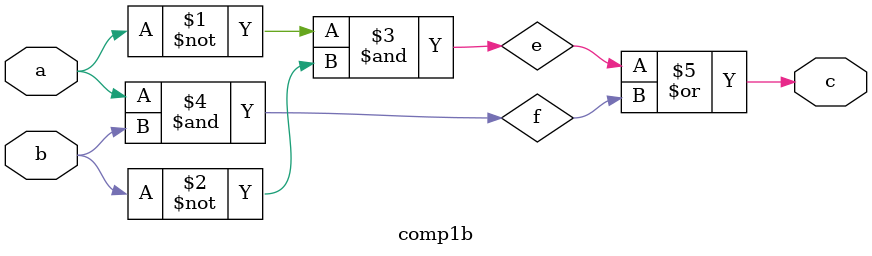
<source format=v>

module comp1b(
    input wire a,
    input wire b,
    output wire c
);
wire e,f;
assign e = ~a & ~b;
assign f = a & b;
assign c = e | f;

// can also use
// assign z = (~x & ~y) | (x & y);



endmodule



/*/// 2. Gate Level Modeling

module comp1b(
    input a,
    input b,
    output c
);

wire aab, na, nb, naanb; // a shows AND, n shows NOT


not N1(na, a);
not N2(nb, b);
and A1(aab, a, b);
and A2(naanb, na, nb);
or O1(c, aab, naanb);


endmodule
*/


/*// 3. Behavioural Modeling
module mynotgate(
    input wire a,
    output reg nota
);

always @(*) begin // always is used normally in sequential ccts, state machines
    if(a) nota = 0; // if(a == postive), then set nota == 0
    else nota = 1; // else set nota to 1
  
end

endmodule
*/
</source>
